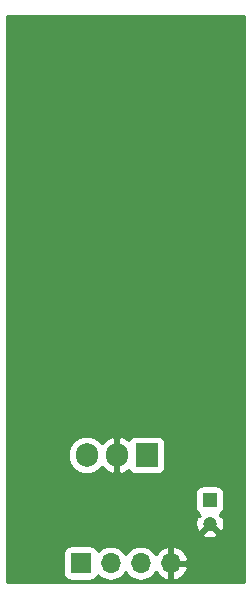
<source format=gbr>
G04 #@! TF.GenerationSoftware,KiCad,Pcbnew,(5.1.0)-1*
G04 #@! TF.CreationDate,2019-04-05T23:44:47+02:00*
G04 #@! TF.ProjectId,BT_module,42545f6d-6f64-4756-9c65-2e6b69636164,rev?*
G04 #@! TF.SameCoordinates,Original*
G04 #@! TF.FileFunction,Copper,L2,Bot*
G04 #@! TF.FilePolarity,Positive*
%FSLAX46Y46*%
G04 Gerber Fmt 4.6, Leading zero omitted, Abs format (unit mm)*
G04 Created by KiCad (PCBNEW (5.1.0)-1) date 2019-04-05 23:44:47*
%MOMM*%
%LPD*%
G04 APERTURE LIST*
%ADD10R,1.200000X1.200000*%
%ADD11C,1.200000*%
%ADD12R,1.700000X1.700000*%
%ADD13O,1.700000X1.700000*%
%ADD14R,1.905000X2.000000*%
%ADD15O,1.905000X2.000000*%
%ADD16C,0.254000*%
G04 APERTURE END LIST*
D10*
X137160000Y-92456000D03*
D11*
X137160000Y-94456000D03*
D12*
X126238000Y-97790000D03*
D13*
X128778000Y-97790000D03*
X131318000Y-97790000D03*
X133858000Y-97790000D03*
D14*
X131826000Y-88646000D03*
D15*
X129286000Y-88646000D03*
X126746000Y-88646000D03*
D16*
G36*
X140056000Y-99416000D02*
G01*
X120040000Y-99416000D01*
X120040000Y-96940000D01*
X124749928Y-96940000D01*
X124749928Y-98640000D01*
X124762188Y-98764482D01*
X124798498Y-98884180D01*
X124857463Y-98994494D01*
X124936815Y-99091185D01*
X125033506Y-99170537D01*
X125143820Y-99229502D01*
X125263518Y-99265812D01*
X125388000Y-99278072D01*
X127088000Y-99278072D01*
X127212482Y-99265812D01*
X127332180Y-99229502D01*
X127442494Y-99170537D01*
X127539185Y-99091185D01*
X127618537Y-98994494D01*
X127677502Y-98884180D01*
X127698393Y-98815313D01*
X127722866Y-98845134D01*
X127948986Y-99030706D01*
X128206966Y-99168599D01*
X128486889Y-99253513D01*
X128705050Y-99275000D01*
X128850950Y-99275000D01*
X129069111Y-99253513D01*
X129349034Y-99168599D01*
X129607014Y-99030706D01*
X129833134Y-98845134D01*
X130018706Y-98619014D01*
X130048000Y-98564209D01*
X130077294Y-98619014D01*
X130262866Y-98845134D01*
X130488986Y-99030706D01*
X130746966Y-99168599D01*
X131026889Y-99253513D01*
X131245050Y-99275000D01*
X131390950Y-99275000D01*
X131609111Y-99253513D01*
X131889034Y-99168599D01*
X132147014Y-99030706D01*
X132373134Y-98845134D01*
X132558706Y-98619014D01*
X132593201Y-98554477D01*
X132662822Y-98671355D01*
X132857731Y-98887588D01*
X133091080Y-99061641D01*
X133353901Y-99186825D01*
X133501110Y-99231476D01*
X133731000Y-99110155D01*
X133731000Y-97917000D01*
X133985000Y-97917000D01*
X133985000Y-99110155D01*
X134214890Y-99231476D01*
X134362099Y-99186825D01*
X134624920Y-99061641D01*
X134858269Y-98887588D01*
X135053178Y-98671355D01*
X135202157Y-98421252D01*
X135299481Y-98146891D01*
X135178814Y-97917000D01*
X133985000Y-97917000D01*
X133731000Y-97917000D01*
X133711000Y-97917000D01*
X133711000Y-97663000D01*
X133731000Y-97663000D01*
X133731000Y-96469845D01*
X133985000Y-96469845D01*
X133985000Y-97663000D01*
X135178814Y-97663000D01*
X135299481Y-97433109D01*
X135202157Y-97158748D01*
X135053178Y-96908645D01*
X134858269Y-96692412D01*
X134624920Y-96518359D01*
X134362099Y-96393175D01*
X134214890Y-96348524D01*
X133985000Y-96469845D01*
X133731000Y-96469845D01*
X133501110Y-96348524D01*
X133353901Y-96393175D01*
X133091080Y-96518359D01*
X132857731Y-96692412D01*
X132662822Y-96908645D01*
X132593201Y-97025523D01*
X132558706Y-96960986D01*
X132373134Y-96734866D01*
X132147014Y-96549294D01*
X131889034Y-96411401D01*
X131609111Y-96326487D01*
X131390950Y-96305000D01*
X131245050Y-96305000D01*
X131026889Y-96326487D01*
X130746966Y-96411401D01*
X130488986Y-96549294D01*
X130262866Y-96734866D01*
X130077294Y-96960986D01*
X130048000Y-97015791D01*
X130018706Y-96960986D01*
X129833134Y-96734866D01*
X129607014Y-96549294D01*
X129349034Y-96411401D01*
X129069111Y-96326487D01*
X128850950Y-96305000D01*
X128705050Y-96305000D01*
X128486889Y-96326487D01*
X128206966Y-96411401D01*
X127948986Y-96549294D01*
X127722866Y-96734866D01*
X127698393Y-96764687D01*
X127677502Y-96695820D01*
X127618537Y-96585506D01*
X127539185Y-96488815D01*
X127442494Y-96409463D01*
X127332180Y-96350498D01*
X127212482Y-96314188D01*
X127088000Y-96301928D01*
X125388000Y-96301928D01*
X125263518Y-96314188D01*
X125143820Y-96350498D01*
X125033506Y-96409463D01*
X124936815Y-96488815D01*
X124857463Y-96585506D01*
X124798498Y-96695820D01*
X124762188Y-96815518D01*
X124749928Y-96940000D01*
X120040000Y-96940000D01*
X120040000Y-95305764D01*
X136489841Y-95305764D01*
X136537148Y-95529348D01*
X136758516Y-95630237D01*
X136995313Y-95686000D01*
X137238438Y-95694495D01*
X137478549Y-95655395D01*
X137706418Y-95570202D01*
X137782852Y-95529348D01*
X137830159Y-95305764D01*
X137160000Y-94635605D01*
X136489841Y-95305764D01*
X120040000Y-95305764D01*
X120040000Y-94534438D01*
X135921505Y-94534438D01*
X135960605Y-94774549D01*
X136045798Y-95002418D01*
X136086652Y-95078852D01*
X136310236Y-95126159D01*
X136980395Y-94456000D01*
X136966253Y-94441858D01*
X137145858Y-94262253D01*
X137160000Y-94276395D01*
X137174143Y-94262253D01*
X137353748Y-94441858D01*
X137339605Y-94456000D01*
X138009764Y-95126159D01*
X138233348Y-95078852D01*
X138334237Y-94857484D01*
X138390000Y-94620687D01*
X138398495Y-94377562D01*
X138359395Y-94137451D01*
X138274202Y-93909582D01*
X138233348Y-93833148D01*
X138009766Y-93785842D01*
X138126872Y-93668736D01*
X138068994Y-93610858D01*
X138114494Y-93586537D01*
X138211185Y-93507185D01*
X138290537Y-93410494D01*
X138349502Y-93300180D01*
X138385812Y-93180482D01*
X138398072Y-93056000D01*
X138398072Y-91856000D01*
X138385812Y-91731518D01*
X138349502Y-91611820D01*
X138290537Y-91501506D01*
X138211185Y-91404815D01*
X138114494Y-91325463D01*
X138004180Y-91266498D01*
X137884482Y-91230188D01*
X137760000Y-91217928D01*
X136560000Y-91217928D01*
X136435518Y-91230188D01*
X136315820Y-91266498D01*
X136205506Y-91325463D01*
X136108815Y-91404815D01*
X136029463Y-91501506D01*
X135970498Y-91611820D01*
X135934188Y-91731518D01*
X135921928Y-91856000D01*
X135921928Y-93056000D01*
X135934188Y-93180482D01*
X135970498Y-93300180D01*
X136029463Y-93410494D01*
X136108815Y-93507185D01*
X136205506Y-93586537D01*
X136251006Y-93610858D01*
X136193128Y-93668736D01*
X136310234Y-93785842D01*
X136086652Y-93833148D01*
X135985763Y-94054516D01*
X135930000Y-94291313D01*
X135921505Y-94534438D01*
X120040000Y-94534438D01*
X120040000Y-88520514D01*
X125158500Y-88520514D01*
X125158500Y-88771485D01*
X125181470Y-89004703D01*
X125272245Y-89303948D01*
X125419655Y-89579734D01*
X125618037Y-89821463D01*
X125859765Y-90019845D01*
X126135551Y-90167255D01*
X126434796Y-90258030D01*
X126746000Y-90288681D01*
X127057203Y-90258030D01*
X127356448Y-90167255D01*
X127632234Y-90019845D01*
X127873963Y-89821463D01*
X128021163Y-89642101D01*
X128176563Y-89827315D01*
X128419077Y-90021969D01*
X128694906Y-90165571D01*
X128913020Y-90236563D01*
X129159000Y-90116594D01*
X129159000Y-88773000D01*
X129139000Y-88773000D01*
X129139000Y-88519000D01*
X129159000Y-88519000D01*
X129159000Y-87175406D01*
X129413000Y-87175406D01*
X129413000Y-88519000D01*
X129433000Y-88519000D01*
X129433000Y-88773000D01*
X129413000Y-88773000D01*
X129413000Y-90116594D01*
X129658980Y-90236563D01*
X129877094Y-90165571D01*
X130152923Y-90021969D01*
X130293941Y-89908781D01*
X130342963Y-90000494D01*
X130422315Y-90097185D01*
X130519006Y-90176537D01*
X130629320Y-90235502D01*
X130749018Y-90271812D01*
X130873500Y-90284072D01*
X132778500Y-90284072D01*
X132902982Y-90271812D01*
X133022680Y-90235502D01*
X133132994Y-90176537D01*
X133229685Y-90097185D01*
X133309037Y-90000494D01*
X133368002Y-89890180D01*
X133404312Y-89770482D01*
X133416572Y-89646000D01*
X133416572Y-87646000D01*
X133404312Y-87521518D01*
X133368002Y-87401820D01*
X133309037Y-87291506D01*
X133229685Y-87194815D01*
X133132994Y-87115463D01*
X133022680Y-87056498D01*
X132902982Y-87020188D01*
X132778500Y-87007928D01*
X130873500Y-87007928D01*
X130749018Y-87020188D01*
X130629320Y-87056498D01*
X130519006Y-87115463D01*
X130422315Y-87194815D01*
X130342963Y-87291506D01*
X130293941Y-87383219D01*
X130152923Y-87270031D01*
X129877094Y-87126429D01*
X129658980Y-87055437D01*
X129413000Y-87175406D01*
X129159000Y-87175406D01*
X128913020Y-87055437D01*
X128694906Y-87126429D01*
X128419077Y-87270031D01*
X128176563Y-87464685D01*
X128021162Y-87649900D01*
X127873963Y-87470537D01*
X127632235Y-87272155D01*
X127356449Y-87124745D01*
X127057204Y-87033970D01*
X126746000Y-87003319D01*
X126434797Y-87033970D01*
X126135552Y-87124745D01*
X125859766Y-87272155D01*
X125618037Y-87470537D01*
X125419655Y-87712265D01*
X125272245Y-87988051D01*
X125181470Y-88287296D01*
X125158500Y-88520514D01*
X120040000Y-88520514D01*
X120040000Y-51460000D01*
X140056001Y-51460000D01*
X140056000Y-99416000D01*
X140056000Y-99416000D01*
G37*
X140056000Y-99416000D02*
X120040000Y-99416000D01*
X120040000Y-96940000D01*
X124749928Y-96940000D01*
X124749928Y-98640000D01*
X124762188Y-98764482D01*
X124798498Y-98884180D01*
X124857463Y-98994494D01*
X124936815Y-99091185D01*
X125033506Y-99170537D01*
X125143820Y-99229502D01*
X125263518Y-99265812D01*
X125388000Y-99278072D01*
X127088000Y-99278072D01*
X127212482Y-99265812D01*
X127332180Y-99229502D01*
X127442494Y-99170537D01*
X127539185Y-99091185D01*
X127618537Y-98994494D01*
X127677502Y-98884180D01*
X127698393Y-98815313D01*
X127722866Y-98845134D01*
X127948986Y-99030706D01*
X128206966Y-99168599D01*
X128486889Y-99253513D01*
X128705050Y-99275000D01*
X128850950Y-99275000D01*
X129069111Y-99253513D01*
X129349034Y-99168599D01*
X129607014Y-99030706D01*
X129833134Y-98845134D01*
X130018706Y-98619014D01*
X130048000Y-98564209D01*
X130077294Y-98619014D01*
X130262866Y-98845134D01*
X130488986Y-99030706D01*
X130746966Y-99168599D01*
X131026889Y-99253513D01*
X131245050Y-99275000D01*
X131390950Y-99275000D01*
X131609111Y-99253513D01*
X131889034Y-99168599D01*
X132147014Y-99030706D01*
X132373134Y-98845134D01*
X132558706Y-98619014D01*
X132593201Y-98554477D01*
X132662822Y-98671355D01*
X132857731Y-98887588D01*
X133091080Y-99061641D01*
X133353901Y-99186825D01*
X133501110Y-99231476D01*
X133731000Y-99110155D01*
X133731000Y-97917000D01*
X133985000Y-97917000D01*
X133985000Y-99110155D01*
X134214890Y-99231476D01*
X134362099Y-99186825D01*
X134624920Y-99061641D01*
X134858269Y-98887588D01*
X135053178Y-98671355D01*
X135202157Y-98421252D01*
X135299481Y-98146891D01*
X135178814Y-97917000D01*
X133985000Y-97917000D01*
X133731000Y-97917000D01*
X133711000Y-97917000D01*
X133711000Y-97663000D01*
X133731000Y-97663000D01*
X133731000Y-96469845D01*
X133985000Y-96469845D01*
X133985000Y-97663000D01*
X135178814Y-97663000D01*
X135299481Y-97433109D01*
X135202157Y-97158748D01*
X135053178Y-96908645D01*
X134858269Y-96692412D01*
X134624920Y-96518359D01*
X134362099Y-96393175D01*
X134214890Y-96348524D01*
X133985000Y-96469845D01*
X133731000Y-96469845D01*
X133501110Y-96348524D01*
X133353901Y-96393175D01*
X133091080Y-96518359D01*
X132857731Y-96692412D01*
X132662822Y-96908645D01*
X132593201Y-97025523D01*
X132558706Y-96960986D01*
X132373134Y-96734866D01*
X132147014Y-96549294D01*
X131889034Y-96411401D01*
X131609111Y-96326487D01*
X131390950Y-96305000D01*
X131245050Y-96305000D01*
X131026889Y-96326487D01*
X130746966Y-96411401D01*
X130488986Y-96549294D01*
X130262866Y-96734866D01*
X130077294Y-96960986D01*
X130048000Y-97015791D01*
X130018706Y-96960986D01*
X129833134Y-96734866D01*
X129607014Y-96549294D01*
X129349034Y-96411401D01*
X129069111Y-96326487D01*
X128850950Y-96305000D01*
X128705050Y-96305000D01*
X128486889Y-96326487D01*
X128206966Y-96411401D01*
X127948986Y-96549294D01*
X127722866Y-96734866D01*
X127698393Y-96764687D01*
X127677502Y-96695820D01*
X127618537Y-96585506D01*
X127539185Y-96488815D01*
X127442494Y-96409463D01*
X127332180Y-96350498D01*
X127212482Y-96314188D01*
X127088000Y-96301928D01*
X125388000Y-96301928D01*
X125263518Y-96314188D01*
X125143820Y-96350498D01*
X125033506Y-96409463D01*
X124936815Y-96488815D01*
X124857463Y-96585506D01*
X124798498Y-96695820D01*
X124762188Y-96815518D01*
X124749928Y-96940000D01*
X120040000Y-96940000D01*
X120040000Y-95305764D01*
X136489841Y-95305764D01*
X136537148Y-95529348D01*
X136758516Y-95630237D01*
X136995313Y-95686000D01*
X137238438Y-95694495D01*
X137478549Y-95655395D01*
X137706418Y-95570202D01*
X137782852Y-95529348D01*
X137830159Y-95305764D01*
X137160000Y-94635605D01*
X136489841Y-95305764D01*
X120040000Y-95305764D01*
X120040000Y-94534438D01*
X135921505Y-94534438D01*
X135960605Y-94774549D01*
X136045798Y-95002418D01*
X136086652Y-95078852D01*
X136310236Y-95126159D01*
X136980395Y-94456000D01*
X136966253Y-94441858D01*
X137145858Y-94262253D01*
X137160000Y-94276395D01*
X137174143Y-94262253D01*
X137353748Y-94441858D01*
X137339605Y-94456000D01*
X138009764Y-95126159D01*
X138233348Y-95078852D01*
X138334237Y-94857484D01*
X138390000Y-94620687D01*
X138398495Y-94377562D01*
X138359395Y-94137451D01*
X138274202Y-93909582D01*
X138233348Y-93833148D01*
X138009766Y-93785842D01*
X138126872Y-93668736D01*
X138068994Y-93610858D01*
X138114494Y-93586537D01*
X138211185Y-93507185D01*
X138290537Y-93410494D01*
X138349502Y-93300180D01*
X138385812Y-93180482D01*
X138398072Y-93056000D01*
X138398072Y-91856000D01*
X138385812Y-91731518D01*
X138349502Y-91611820D01*
X138290537Y-91501506D01*
X138211185Y-91404815D01*
X138114494Y-91325463D01*
X138004180Y-91266498D01*
X137884482Y-91230188D01*
X137760000Y-91217928D01*
X136560000Y-91217928D01*
X136435518Y-91230188D01*
X136315820Y-91266498D01*
X136205506Y-91325463D01*
X136108815Y-91404815D01*
X136029463Y-91501506D01*
X135970498Y-91611820D01*
X135934188Y-91731518D01*
X135921928Y-91856000D01*
X135921928Y-93056000D01*
X135934188Y-93180482D01*
X135970498Y-93300180D01*
X136029463Y-93410494D01*
X136108815Y-93507185D01*
X136205506Y-93586537D01*
X136251006Y-93610858D01*
X136193128Y-93668736D01*
X136310234Y-93785842D01*
X136086652Y-93833148D01*
X135985763Y-94054516D01*
X135930000Y-94291313D01*
X135921505Y-94534438D01*
X120040000Y-94534438D01*
X120040000Y-88520514D01*
X125158500Y-88520514D01*
X125158500Y-88771485D01*
X125181470Y-89004703D01*
X125272245Y-89303948D01*
X125419655Y-89579734D01*
X125618037Y-89821463D01*
X125859765Y-90019845D01*
X126135551Y-90167255D01*
X126434796Y-90258030D01*
X126746000Y-90288681D01*
X127057203Y-90258030D01*
X127356448Y-90167255D01*
X127632234Y-90019845D01*
X127873963Y-89821463D01*
X128021163Y-89642101D01*
X128176563Y-89827315D01*
X128419077Y-90021969D01*
X128694906Y-90165571D01*
X128913020Y-90236563D01*
X129159000Y-90116594D01*
X129159000Y-88773000D01*
X129139000Y-88773000D01*
X129139000Y-88519000D01*
X129159000Y-88519000D01*
X129159000Y-87175406D01*
X129413000Y-87175406D01*
X129413000Y-88519000D01*
X129433000Y-88519000D01*
X129433000Y-88773000D01*
X129413000Y-88773000D01*
X129413000Y-90116594D01*
X129658980Y-90236563D01*
X129877094Y-90165571D01*
X130152923Y-90021969D01*
X130293941Y-89908781D01*
X130342963Y-90000494D01*
X130422315Y-90097185D01*
X130519006Y-90176537D01*
X130629320Y-90235502D01*
X130749018Y-90271812D01*
X130873500Y-90284072D01*
X132778500Y-90284072D01*
X132902982Y-90271812D01*
X133022680Y-90235502D01*
X133132994Y-90176537D01*
X133229685Y-90097185D01*
X133309037Y-90000494D01*
X133368002Y-89890180D01*
X133404312Y-89770482D01*
X133416572Y-89646000D01*
X133416572Y-87646000D01*
X133404312Y-87521518D01*
X133368002Y-87401820D01*
X133309037Y-87291506D01*
X133229685Y-87194815D01*
X133132994Y-87115463D01*
X133022680Y-87056498D01*
X132902982Y-87020188D01*
X132778500Y-87007928D01*
X130873500Y-87007928D01*
X130749018Y-87020188D01*
X130629320Y-87056498D01*
X130519006Y-87115463D01*
X130422315Y-87194815D01*
X130342963Y-87291506D01*
X130293941Y-87383219D01*
X130152923Y-87270031D01*
X129877094Y-87126429D01*
X129658980Y-87055437D01*
X129413000Y-87175406D01*
X129159000Y-87175406D01*
X128913020Y-87055437D01*
X128694906Y-87126429D01*
X128419077Y-87270031D01*
X128176563Y-87464685D01*
X128021162Y-87649900D01*
X127873963Y-87470537D01*
X127632235Y-87272155D01*
X127356449Y-87124745D01*
X127057204Y-87033970D01*
X126746000Y-87003319D01*
X126434797Y-87033970D01*
X126135552Y-87124745D01*
X125859766Y-87272155D01*
X125618037Y-87470537D01*
X125419655Y-87712265D01*
X125272245Y-87988051D01*
X125181470Y-88287296D01*
X125158500Y-88520514D01*
X120040000Y-88520514D01*
X120040000Y-51460000D01*
X140056001Y-51460000D01*
X140056000Y-99416000D01*
M02*

</source>
